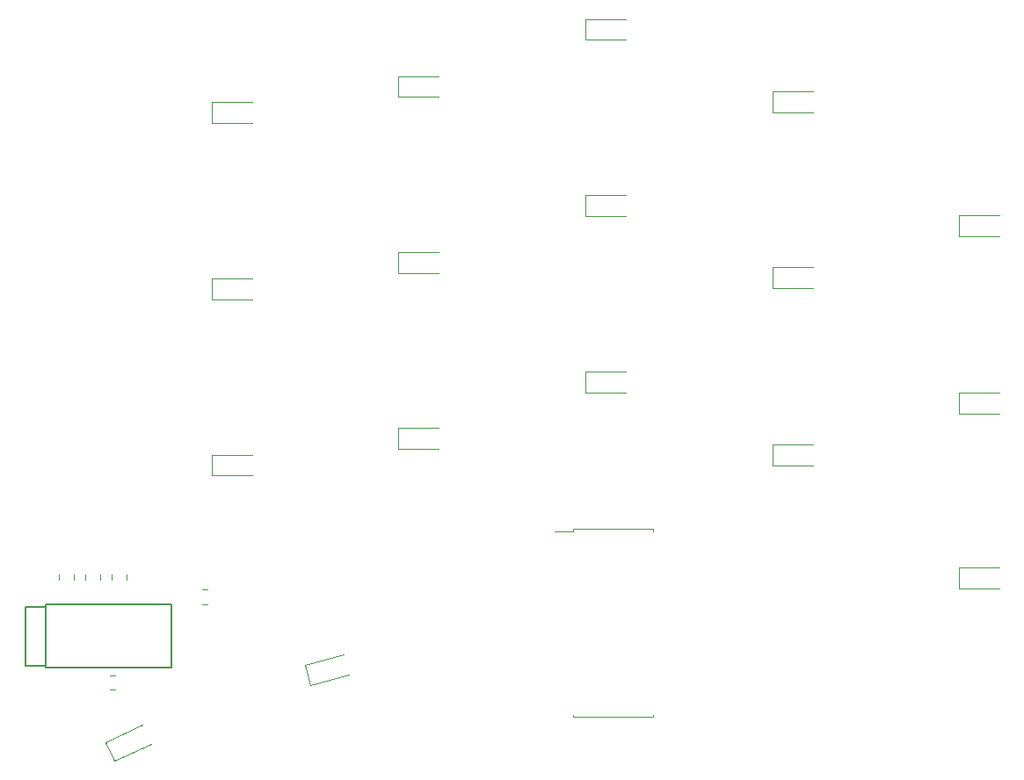
<source format=gbr>
%TF.GenerationSoftware,KiCad,Pcbnew,(6.0.7)*%
%TF.CreationDate,2022-09-28T21:41:44+08:00*%
%TF.ProjectId,ferris_right,66657272-6973-45f7-9269-6768742e6b69,rev?*%
%TF.SameCoordinates,Original*%
%TF.FileFunction,Legend,Top*%
%TF.FilePolarity,Positive*%
%FSLAX46Y46*%
G04 Gerber Fmt 4.6, Leading zero omitted, Abs format (unit mm)*
G04 Created by KiCad (PCBNEW (6.0.7)) date 2022-09-28 21:41:44*
%MOMM*%
%LPD*%
G01*
G04 APERTURE LIST*
%ADD10C,0.120000*%
%ADD11C,0.150000*%
G04 APERTURE END LIST*
D10*
%TO.C,D0_8*%
X193750000Y-23700000D02*
X197650000Y-23700000D01*
X193750000Y-25700000D02*
X197650000Y-25700000D01*
X193750000Y-23700000D02*
X193750000Y-25700000D01*
%TO.C,D0_7*%
X175750000Y-16700000D02*
X175750000Y-18700000D01*
X175750000Y-16700000D02*
X179650000Y-16700000D01*
X175750000Y-18700000D02*
X179650000Y-18700000D01*
%TO.C,D0_6*%
X157750000Y-24200000D02*
X161650000Y-24200000D01*
X157750000Y-22200000D02*
X157750000Y-24200000D01*
X157750000Y-22200000D02*
X161650000Y-22200000D01*
%TO.C,D0_9*%
X211750000Y-37600000D02*
X215650000Y-37600000D01*
X211750000Y-35600000D02*
X215650000Y-35600000D01*
X211750000Y-35600000D02*
X211750000Y-37600000D01*
%TO.C,D0_5*%
X139750000Y-24700000D02*
X143650000Y-24700000D01*
X139750000Y-24700000D02*
X139750000Y-26700000D01*
X139750000Y-26700000D02*
X143650000Y-26700000D01*
%TO.C,D1_5*%
X139750000Y-41700000D02*
X143650000Y-41700000D01*
X139750000Y-43700000D02*
X143650000Y-43700000D01*
X139750000Y-41700000D02*
X139750000Y-43700000D01*
%TO.C,D1_6*%
X157750000Y-39200000D02*
X157750000Y-41200000D01*
X157750000Y-39200000D02*
X161650000Y-39200000D01*
X157750000Y-41200000D02*
X161650000Y-41200000D01*
%TO.C,D1_7*%
X175750000Y-33700000D02*
X175750000Y-35700000D01*
X175750000Y-33700000D02*
X179650000Y-33700000D01*
X175750000Y-35700000D02*
X179650000Y-35700000D01*
%TO.C,D1_8*%
X193750000Y-42600000D02*
X197650000Y-42600000D01*
X193750000Y-40600000D02*
X197650000Y-40600000D01*
X193750000Y-40600000D02*
X193750000Y-42600000D01*
%TO.C,D1_9*%
X211750000Y-52700000D02*
X215650000Y-52700000D01*
X211750000Y-54700000D02*
X215650000Y-54700000D01*
X211750000Y-52700000D02*
X211750000Y-54700000D01*
%TO.C,D2_6*%
X157750000Y-56100000D02*
X157750000Y-58100000D01*
X157750000Y-56100000D02*
X161650000Y-56100000D01*
X157750000Y-58100000D02*
X161650000Y-58100000D01*
%TO.C,D2_9*%
X211750000Y-71600000D02*
X215650000Y-71600000D01*
X211750000Y-69600000D02*
X211750000Y-71600000D01*
X211750000Y-69600000D02*
X215650000Y-69600000D01*
%TO.C,D2_8*%
X193750000Y-57700000D02*
X197650000Y-57700000D01*
X193750000Y-57700000D02*
X193750000Y-59700000D01*
X193750000Y-59700000D02*
X197650000Y-59700000D01*
%TO.C,D2_5*%
X139750000Y-60700000D02*
X143650000Y-60700000D01*
X139750000Y-58700000D02*
X139750000Y-60700000D01*
X139750000Y-58700000D02*
X143650000Y-58700000D01*
%TO.C,D2_7*%
X175750000Y-50700000D02*
X179650000Y-50700000D01*
X175750000Y-50700000D02*
X175750000Y-52700000D01*
X175750000Y-52700000D02*
X179650000Y-52700000D01*
%TO.C,D3_5*%
X129533512Y-86384464D02*
X130378749Y-88197080D01*
X129533512Y-86384464D02*
X133068113Y-84736253D01*
X130378749Y-88197080D02*
X133913349Y-86548869D01*
%TO.C,D3_6*%
X148734374Y-78940472D02*
X149252012Y-80872324D01*
X148734374Y-78940472D02*
X152501485Y-77931078D01*
X149252012Y-80872324D02*
X153019123Y-79862929D01*
D11*
%TO.C,Jack1*%
X123792500Y-73150000D02*
X135892500Y-73150000D01*
X121792500Y-73400000D02*
X121792500Y-79000000D01*
X123792500Y-73400000D02*
X121792500Y-73400000D01*
X135892500Y-73150000D02*
X135892500Y-79250000D01*
X123792500Y-73150000D02*
X123792500Y-79250000D01*
X123792500Y-79000000D02*
X121792500Y-79000000D01*
X123792500Y-79250000D02*
X135892500Y-79250000D01*
D10*
%TO.C,R7*%
X129913748Y-79935000D02*
X130436252Y-79935000D01*
X129913748Y-81355000D02*
X130436252Y-81355000D01*
%TO.C,C13*%
X130100000Y-70746252D02*
X130100000Y-70223748D01*
X131520000Y-70746252D02*
X131520000Y-70223748D01*
%TO.C,C12*%
X127560000Y-70746252D02*
X127560000Y-70223748D01*
X128980000Y-70746252D02*
X128980000Y-70223748D01*
%TO.C,U2*%
X178435000Y-65870000D02*
X182295000Y-65870000D01*
X182295000Y-83990000D02*
X182295000Y-83745000D01*
X178435000Y-83990000D02*
X182295000Y-83990000D01*
X174575000Y-65870000D02*
X174575000Y-66115000D01*
X178435000Y-65870000D02*
X174575000Y-65870000D01*
X174575000Y-83990000D02*
X174575000Y-83745000D01*
X182295000Y-65870000D02*
X182295000Y-66115000D01*
X174575000Y-66115000D02*
X172760000Y-66115000D01*
X178435000Y-83990000D02*
X174575000Y-83990000D01*
%TO.C,R6*%
X139326252Y-73100000D02*
X138803748Y-73100000D01*
X139326252Y-71680000D02*
X138803748Y-71680000D01*
%TO.C,R8*%
X125020000Y-70223748D02*
X125020000Y-70746252D01*
X126440000Y-70223748D02*
X126440000Y-70746252D01*
%TD*%
M02*

</source>
